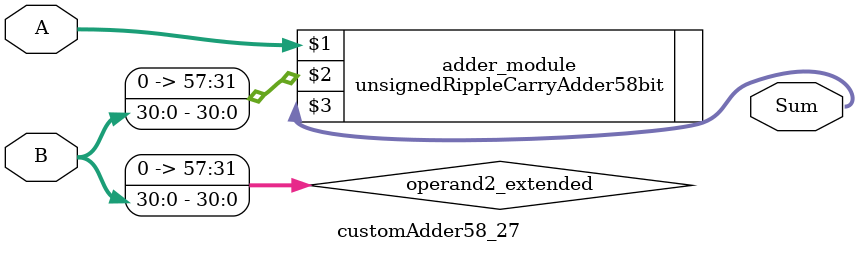
<source format=v>
module customAdder58_27(
                        input [57 : 0] A,
                        input [30 : 0] B,
                        
                        output [58 : 0] Sum
                );

        wire [57 : 0] operand2_extended;
        
        assign operand2_extended =  {27'b0, B};
        
        unsignedRippleCarryAdder58bit adder_module(
            A,
            operand2_extended,
            Sum
        );
        
        endmodule
        
</source>
